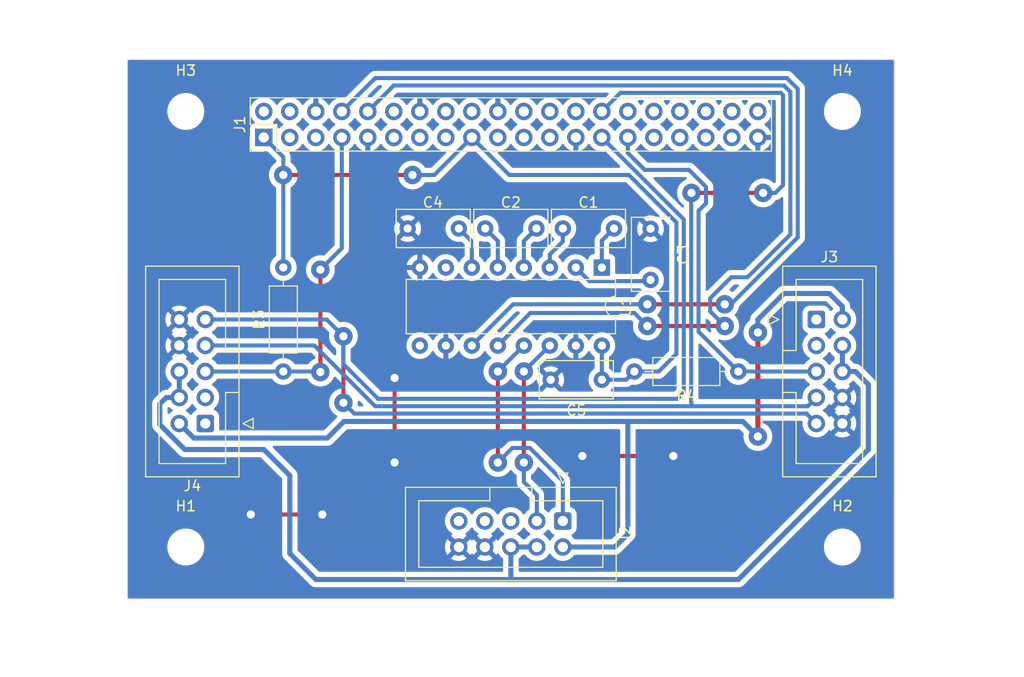
<source format=kicad_pcb>
(kicad_pcb (version 20240108) (generator "pcbnew") (generator_version "8.0")
  (layers (0 "F.Cu" signal) (31 "B.Cu" signal) (34 "B.Paste" user) (35 "F.Paste" user) (36 "B.SilkS" user "B.Silkscreen") (37 "F.SilkS" user "F.Silkscreen") (38 "B.Mask" user) (39 "F.Mask" user) (44 "Edge.Cuts" user))
  (net 0 "")
  (net 1 "Net-(U1-C1-)")
  (net 2 "Net-(U1-C1+)")
  (net 3 "Net-(U1-C2+)")
  (net 4 "Net-(U1-C2-)")
  (net 5 "GND")
  (net 6 "Net-(U1-VS+)")
  (net 7 "Net-(U1-VS-)")
  (net 8 "+3.3V")
  (net 14 "/RPI_RXD")
  (net 19 "/RPI_TXD")
  (net 24 "/IntLeft")
  (net 25 "/SCL")
  (net 27 "/IntRight")
  (net 32 "/SDA")
  (net 39 "+5V")
  (net 40 "+12V")
  (net 43 "/RS232_RXD")
  (net 45 "/RS232_TXD")
  (footprint "Capacitor_THT:C_Rect_L7.0mm_W3.5mm_P5.00mm" (layer "F.Cu") (at 136.525 85.725 180)
    (property "Reference" "C4" (at 2.54 2.54 0) (layer "F.SilkS"))
    (property "Value" "0.47uF")
    (fp_line (start 6.12 -1.87) (end 6.12 1.87) (stroke (width 0.12)) (layer "F.SilkS"))
    (fp_line (start -1.12 1.87) (end 6.12 1.87) (stroke (width 0.12)) (layer "F.SilkS"))
    (fp_line (start -1.12 -1.87) (end 6.12 -1.87) (stroke (width 0.12)) (layer "F.SilkS"))
    (fp_line (start -1.12 -1.87) (end -1.12 1.87) (stroke (width 0.12)) (layer "F.SilkS"))
    (pad "1" thru_hole circle (at 0 0 180) (size 1.6 1.6) (drill 0.8) (layers "*.Cu" "*.Mask") (net 7 "Net-(U1-VS-)"))
    (pad "2" thru_hole circle (at 5 0 180) (size 1.6 1.6) (drill 0.8) (layers "*.Cu" "*.Mask") (net 5 "GND"))
  )
  (footprint "MountingHole:MountingHole_3mm" (layer "F.Cu") (at 173.99 116.84)
    (property "Reference" "H2" (at 0 -4 0) (layer "F.SilkS"))
    (property "Value" "MountingHole")
    (pad "" np_thru_hole circle (at 0 0) (size 3 3) (drill 3) (layers "*.Cu" "*.Mask"))
  )
  (footprint "Capacitor_THT:C_Rect_L7.0mm_W3.5mm_P5.00mm" (layer "F.Cu") (at 144.105 85.725 180)
    (property "Reference" "C2" (at 2.5 2.54 0) (layer "F.SilkS"))
    (property "Value" "0.47uF")
    (fp_line (start 6.12 -1.87) (end 6.12 1.87) (stroke (width 0.12)) (layer "F.SilkS"))
    (fp_line (start -1.12 1.87) (end 6.12 1.87) (stroke (width 0.12)) (layer "F.SilkS"))
    (fp_line (start -1.12 -1.87) (end 6.12 -1.87) (stroke (width 0.12)) (layer "F.SilkS"))
    (fp_line (start -1.12 -1.87) (end -1.12 1.87) (stroke (width 0.12)) (layer "F.SilkS"))
    (pad "1" thru_hole circle (at 0 0 180) (size 1.6 1.6) (drill 0.8) (layers "*.Cu" "*.Mask") (net 3 "Net-(U1-C2+)"))
    (pad "2" thru_hole circle (at 5 0 180) (size 1.6 1.6) (drill 0.8) (layers "*.Cu" "*.Mask") (net 4 "Net-(U1-C2-)"))
  )
  (footprint "Connector_IDC:IDC-Header_2x05_P2.54mm_Vertical" (layer "F.Cu") (at 111.76 104.775 180)
    (property "Reference" "J4" (at 1.27 -6.1 0) (layer "F.SilkS"))
    (property "Value" "PanelRight")
    (fp_line (start 5.83 15.37) (end -3.29 15.37) (stroke (width 0.12)) (layer "F.SilkS"))
    (fp_line (start 5.83 -5.21) (end 5.83 15.37) (stroke (width 0.12)) (layer "F.SilkS"))
    (fp_line (start 4.52 14.07) (end -1.98 14.07) (stroke (width 0.12)) (layer "F.SilkS"))
    (fp_line (start 4.52 -3.91) (end 4.52 14.07) (stroke (width 0.12)) (layer "F.SilkS"))
    (fp_line (start -1.98 14.07) (end -1.98 7.13) (stroke (width 0.12)) (layer "F.SilkS"))
    (fp_line (start -1.98 7.13) (end -1.98 7.13) (stroke (width 0.12)) (layer "F.SilkS"))
    (fp_line (start -1.98 7.13) (end -3.29 7.13) (stroke (width 0.12)) (layer "F.SilkS"))
    (fp_line (start -1.98 3.03) (end -1.98 -3.91) (stroke (width 0.12)) (layer "F.SilkS"))
    (fp_line (start -1.98 -3.91) (end 4.52 -3.91) (stroke (width 0.12)) (layer "F.SilkS"))
    (fp_line (start -3.29 15.37) (end -3.29 -5.21) (stroke (width 0.12)) (layer "F.SilkS"))
    (fp_line (start -3.29 3.03) (end -1.98 3.03) (stroke (width 0.12)) (layer "F.SilkS"))
    (fp_line (start -3.29 -5.21) (end 5.83 -5.21) (stroke (width 0.12)) (layer "F.SilkS"))
    (fp_line (start -3.68 0) (end -4.68 -0.5) (stroke (width 0.12)) (layer "F.SilkS"))
    (fp_line (start -4.68 0.5) (end -3.68 0) (stroke (width 0.12)) (layer "F.SilkS"))
    (fp_line (start -4.68 -0.5) (end -4.68 0.5) (stroke (width 0.12)) (layer "F.SilkS"))
    (pad "1" thru_hole roundrect (at 0 0 180) (size 1.7 1.7) (drill 1) (layers "*.Cu" "*.Mask") (roundrect_rratio 0.147059))
    (pad "2" thru_hole circle (at 2.54 0 180) (size 1.7 1.7) (drill 1) (layers "*.Cu" "*.Mask") (net 39 "+5V"))
    (pad "3" thru_hole circle (at 0 2.54 180) (size 1.7 1.7) (drill 1) (layers "*.Cu" "*.Mask"))
    (pad "4" thru_hole circle (at 2.54 2.54 180) (size 1.7 1.7) (drill 1) (layers "*.Cu" "*.Mask") (net 40 "+12V"))
    (pad "5" thru_hole circle (at 0 5.08 180) (size 1.7 1.7) (drill 1) (layers "*.Cu" "*.Mask") (net 27 "/IntRight"))
    (pad "6" thru_hole circle (at 2.54 5.08 180) (size 1.7 1.7) (drill 1) (layers "*.Cu" "*.Mask") (net 40 "+12V"))
    (pad "7" thru_hole circle (at 0 7.62 180) (size 1.7 1.7) (drill 1) (layers "*.Cu" "*.Mask") (net 25 "/SCL"))
    (pad "8" thru_hole circle (at 2.54 7.62 180) (size 1.7 1.7) (drill 1) (layers "*.Cu" "*.Mask") (net 5 "GND"))
    (pad "9" thru_hole circle (at 0 10.16 180) (size 1.7 1.7) (drill 1) (layers "*.Cu" "*.Mask") (net 32 "/SDA"))
    (pad "10" thru_hole circle (at 2.54 10.16 180) (size 1.7 1.7) (drill 1) (layers "*.Cu" "*.Mask") (net 5 "GND"))
  )
  (footprint "Resistor_THT:R_Axial_DIN0207_L6.3mm_D2.5mm_P10.16mm_Horizontal" (layer "F.Cu") (at 163.83 99.695 180)
    (property "Reference" "R4" (at 5.08 -2.37 0) (layer "F.SilkS"))
    (property "Value" "10k")
    (fp_line (start 9.12 0) (end 8.35 0) (stroke (width 0.12)) (layer "F.SilkS"))
    (fp_line (start 8.35 1.37) (end 8.35 -1.37) (stroke (width 0.12)) (layer "F.SilkS"))
    (fp_line (start 8.35 -1.37) (end 1.81 -1.37) (stroke (width 0.12)) (layer "F.SilkS"))
    (fp_line (start 1.81 1.37) (end 8.35 1.37) (stroke (width 0.12)) (layer "F.SilkS"))
    (fp_line (start 1.81 -1.37) (end 1.81 1.37) (stroke (width 0.12)) (layer "F.SilkS"))
    (fp_line (start 1.04 0) (end 1.81 0) (stroke (width 0.12)) (layer "F.SilkS"))
    (pad "1" thru_hole circle (at 0 0 180) (size 1.6 1.6) (drill 0.8) (layers "*.Cu" "*.Mask") (net 24 "/IntLeft"))
    (pad "2" thru_hole oval (at 10.16 0 180) (size 1.6 1.6) (drill 0.8) (layers "*.Cu" "*.Mask") (net 8 "+3.3V"))
  )
  (footprint "Package_DIP:DIP-16_W7.62mm" (layer "F.Cu") (at 150.495 89.545 -90)
    (property "Reference" "U1" (at 3.81 -2.33 90) (layer "F.SilkS"))
    (property "Value" "ICL3232")
    (fp_line (start 1.16 19.11) (end 6.46 19.11) (stroke (width 0.12)) (layer "F.SilkS"))
    (fp_line (start 6.46 19.11) (end 6.46 -1.33) (stroke (width 0.12)) (layer "F.SilkS"))
    (fp_line (start 1.16 -1.33) (end 1.16 19.11) (stroke (width 0.12)) (layer "F.SilkS"))
    (fp_line (start 2.81 -1.33) (end 1.16 -1.33) (stroke (width 0.12)) (layer "F.SilkS"))
    (fp_line (start 6.46 -1.33) (end 4.81 -1.33) (stroke (width 0.12)) (layer "F.SilkS"))
    (fp_arc (start 4.81 -1.33) (mid 3.81 -0.33) (end 2.81 -1.33) (stroke (width 0.12)) (layer "F.SilkS"))
    (pad "1" thru_hole rect (at 0 0 270) (size 1.6 1.6) (drill 0.8) (layers "*.Cu" "*.Mask") (net 2 "Net-(U1-C1+)"))
    (pad "2" thru_hole oval (at 0 2.54 270) (size 1.6 1.6) (drill 0.8) (layers "*.Cu" "*.Mask") (net 6 "Net-(U1-VS+)"))
    (pad "3" thru_hole oval (at 0 5.08 270) (size 1.6 1.6) (drill 0.8) (layers "*.Cu" "*.Mask") (net 1 "Net-(U1-C1-)"))
    (pad "4" thru_hole oval (at 0 7.62 270) (size 1.6 1.6) (drill 0.8) (layers "*.Cu" "*.Mask") (net 3 "Net-(U1-C2+)"))
    (pad "5" thru_hole oval (at 0 10.16 270) (size 1.6 1.6) (drill 0.8) (layers "*.Cu" "*.Mask") (net 4 "Net-(U1-C2-)"))
    (pad "6" thru_hole oval (at 0 12.7 270) (size 1.6 1.6) (drill 0.8) (layers "*.Cu" "*.Mask") (net 7 "Net-(U1-VS-)"))
    (pad "7" thru_hole oval (at 0 15.24 270) (size 1.6 1.6) (drill 0.8) (layers "*.Cu" "*.Mask"))
    (pad "8" thru_hole oval (at 0 17.78 270) (size 1.6 1.6) (drill 0.8) (layers "*.Cu" "*.Mask") (net 5 "GND"))
    (pad "9" thru_hole oval (at 7.62 17.78 270) (size 1.6 1.6) (drill 0.8) (layers "*.Cu" "*.Mask"))
    (pad "10" thru_hole oval (at 7.62 15.24 270) (size 1.6 1.6) (drill 0.8) (layers "*.Cu" "*.Mask") (net 5 "GND"))
    (pad "11" thru_hole oval (at 7.62 12.7 270) (size 1.6 1.6) (drill 0.8) (layers "*.Cu" "*.Mask") (net 19 "/RPI_TXD"))
    (pad "12" thru_hole oval (at 7.62 10.16 270) (size 1.6 1.6) (drill 0.8) (layers "*.Cu" "*.Mask") (net 14 "/RPI_RXD"))
    (pad "13" thru_hole oval (at 7.62 7.62 270) (size 1.6 1.6) (drill 0.8) (layers "*.Cu" "*.Mask") (net 43 "/RS232_RXD"))
    (pad "14" thru_hole oval (at 7.62 5.08 270) (size 1.6 1.6) (drill 0.8) (layers "*.Cu" "*.Mask") (net 45 "/RS232_TXD"))
    (pad "15" thru_hole oval (at 7.62 2.54 270) (size 1.6 1.6) (drill 0.8) (layers "*.Cu" "*.Mask") (net 5 "GND"))
    (pad "16" thru_hole oval (at 7.62 0 270) (size 1.6 1.6) (drill 0.8) (layers "*.Cu" "*.Mask") (net 8 "+3.3V"))
  )
  (footprint "Connector_IDC:IDC-Header_2x05_P2.54mm_Vertical" (layer "F.Cu") (at 171.45 94.615)
    (property "Reference" "J3" (at 1.27 -6.1 0) (layer "F.SilkS"))
    (property "Value" "PanelLeft")
    (fp_line (start -4.68 -0.5) (end -4.68 0.5) (stroke (width 0.12)) (layer "F.SilkS"))
    (fp_line (start -4.68 0.5) (end -3.68 0) (stroke (width 0.12)) (layer "F.SilkS"))
    (fp_line (start -3.68 0) (end -4.68 -0.5) (stroke (width 0.12)) (layer "F.SilkS"))
    (fp_line (start -3.29 -5.21) (end 5.83 -5.21) (stroke (width 0.12)) (layer "F.SilkS"))
    (fp_line (start -3.29 3.03) (end -1.98 3.03) (stroke (width 0.12)) (layer "F.SilkS"))
    (fp_line (start -3.29 15.37) (end -3.29 -5.21) (stroke (width 0.12)) (layer "F.SilkS"))
    (fp_line (start -1.98 -3.91) (end 4.52 -3.91) (stroke (width 0.12)) (layer "F.SilkS"))
    (fp_line (start -1.98 3.03) (end -1.98 -3.91) (stroke (width 0.12)) (layer "F.SilkS"))
    (fp_line (start -1.98 7.13) (end -3.29 7.13) (stroke (width 0.12)) (layer "F.SilkS"))
    (fp_line (start -1.98 7.13) (end -1.98 7.13) (stroke (width 0.12)) (layer "F.SilkS"))
    (fp_line (start -1.98 14.07) (end -1.98 7.13) (stroke (width 0.12)) (layer "F.SilkS"))
    (fp_line (start 4.52 -3.91) (end 4.52 14.07) (stroke (width 0.12)) (layer "F.SilkS"))
    (fp_line (start 4.52 14.07) (end -1.98 14.07) (stroke (width 0.12)) (layer "F.SilkS"))
    (fp_line (start 5.83 -5.21) (end 5.83 15.37) (stroke (width 0.12)) (layer "F.SilkS"))
    (fp_line (start 5.83 15.37) (end -3.29 15.37) (stroke (width 0.12)) (layer "F.SilkS"))
    (pad "1" thru_hole roundrect (at 0 0) (size 1.7 1.7) (drill 1) (layers "*.Cu" "*.Mask") (roundrect_rratio 0.147059))
    (pad "2" thru_hole circle (at 2.54 0) (size 1.7 1.7) (drill 1) (layers "*.Cu" "*.Mask") (net 39 "+5V"))
    (pad "3" thru_hole circle (at 0 2.54) (size 1.7 1.7) (drill 1) (layers "*.Cu" "*.Mask"))
    (pad "4" thru_hole circle (at 2.54 2.54) (size 1.7 1.7) (drill 1) (layers "*.Cu" "*.Mask") (net 40 "+12V"))
    (pad "5" thru_hole circle (at 0 5.08) (size 1.7 1.7) (drill 1) (layers "*.Cu" "*.Mask") (net 24 "/IntLeft"))
    (pad "6" thru_hole circle (at 2.54 5.08) (size 1.7 1.7) (drill 1) (layers "*.Cu" "*.Mask") (net 40 "+12V"))
    (pad "7" thru_hole circle (at 0 7.62) (size 1.7 1.7) (drill 1) (layers "*.Cu" "*.Mask") (net 25 "/SCL"))
    (pad "8" thru_hole circle (at 2.54 7.62) (size 1.7 1.7) (drill 1) (layers "*.Cu" "*.Mask") (net 5 "GND"))
    (pad "9" thru_hole circle (at 0 10.16) (size 1.7 1.7) (drill 1) (layers "*.Cu" "*.Mask") (net 32 "/SDA"))
    (pad "10" thru_hole circle (at 2.54 10.16) (size 1.7 1.7) (drill 1) (layers "*.Cu" "*.Mask") (net 5 "GND"))
  )
  (footprint "Capacitor_THT:C_Rect_L7.0mm_W3.5mm_P5.00mm" (layer "F.Cu") (at 155.25 90.75 90)
    (property "Reference" "C3" (at 2.46 3.175 90) (layer "F.SilkS"))
    (property "Value" "0.47uF")
    (fp_line (start 6.12 -1.87) (end 6.12 1.87) (stroke (width 0.12)) (layer "F.SilkS"))
    (fp_line (start -1.12 -1.87) (end 6.12 -1.87) (stroke (width 0.12)) (layer "F.SilkS"))
    (fp_line (start -1.12 -1.87) (end -1.12 1.87) (stroke (width 0.12)) (layer "F.SilkS"))
    (fp_line (start -1.12 1.87) (end 6.12 1.87) (stroke (width 0.12)) (layer "F.SilkS"))
    (pad "1" thru_hole circle (at 0 0 90) (size 1.6 1.6) (drill 0.8) (layers "*.Cu" "*.Mask") (net 6 "Net-(U1-VS+)"))
    (pad "2" thru_hole circle (at 5 0 90) (size 1.6 1.6) (drill 0.8) (layers "*.Cu" "*.Mask") (net 5 "GND"))
  )
  (footprint "MountingHole:MountingHole_3mm" (layer "F.Cu") (at 109.855 74.295)
    (property "Reference" "H3" (at 0 -4 0) (layer "F.SilkS"))
    (property "Value" "MountingHole")
    (pad "" np_thru_hole circle (at 0 0) (size 3 3) (drill 3) (layers "*.Cu" "*.Mask"))
  )
  (footprint "Connector_IDC:IDC-Header_2x05_P2.54mm_Vertical" (layer "F.Cu") (at 146.685 114.3 -90)
    (property "Reference" "J2" (at 1.27 -6.1 90) (layer "F.SilkS"))
    (property "Value" "BoardCon")
    (fp_line (start -3.29 15.37) (end -3.29 -5.21) (stroke (width 0.12)) (layer "F.SilkS"))
    (fp_line (start 5.83 15.37) (end -3.29 15.37) (stroke (width 0.12)) (layer "F.SilkS"))
    (fp_line (start -1.98 14.07) (end -1.98 7.13) (stroke (width 0.12)) (layer "F.SilkS"))
    (fp_line (start 4.52 14.07) (end -1.98 14.07) (stroke (width 0.12)) (layer "F.SilkS"))
    (fp_line (start -1.98 7.13) (end -3.29 7.13) (stroke (width 0.12)) (layer "F.SilkS"))
    (fp_line (start -1.98 7.13) (end -1.98 7.13) (stroke (width 0.12)) (layer "F.SilkS"))
    (fp_line (start -3.29 3.03) (end -1.98 3.03) (stroke (width 0.12)) (layer "F.SilkS"))
    (fp_line (start -1.98 3.03) (end -1.98 -3.91) (stroke (width 0.12)) (layer "F.SilkS"))
    (fp_line (start -4.68 0.5) (end -3.68 0) (stroke (width 0.12)) (layer "F.SilkS"))
    (fp_line (start -3.68 0) (end -4.68 -0.5) (stroke (width 0.12)) (layer "F.SilkS"))
    (fp_line (start -4.68 -0.5) (end -4.68 0.5) (stroke (width 0.12)) (layer "F.SilkS"))
    (fp_line (start -1.98 -3.91) (end 4.52 -3.91) (stroke (width 0.12)) (layer "F.SilkS"))
    (fp_line (start 4.52 -3.91) (end 4.52 14.07) (stroke (width 0.12)) (layer "F.SilkS"))
    (fp_line (start -3.29 -5.21) (end 5.83 -5.21) (stroke (width 0.12)) (layer "F.SilkS"))
    (fp_line (start 5.83 -5.21) (end 5.83 15.37) (stroke (width 0.12)) (layer "F.SilkS"))
    (pad "1" thru_hole roundrect (at 0 0 270) (size 1.7 1.7) (drill 1) (layers "*.Cu" "*.Mask") (roundrect_rratio 0.147059) (net 43 "/RS232_RXD"))
    (pad "2" thru_hole circle (at 2.54 0 270) (size 1.7 1.7) (drill 1) (layers "*.Cu" "*.Mask") (net 39 "+5V"))
    (pad "3" thru_hole circle (at 0 2.54 270) (size 1.7 1.7) (drill 1) (layers "*.Cu" "*.Mask") (net 45 "/RS232_TXD"))
    (pad "4" thru_hole circle (at 2.54 2.54 270) (size 1.7 1.7) (drill 1) (layers "*.Cu" "*.Mask") (net 40 "+12V"))
    (pad "5" thru_hole circle (at 0 5.08 270) (size 1.7 1.7) (drill 1) (layers "*.Cu" "*.Mask"))
    (pad "6" thru_hole circle (at 2.54 5.08 270) (size 1.7 1.7) (drill 1) (layers "*.Cu" "*.Mask") (net 40 "+12V"))
    (pad "7" thru_hole circle (at 0 7.62 270) (size 1.7 1.7) (drill 1) (layers "*.Cu" "*.Mask"))
    (pad "8" thru_hole circle (at 2.54 7.62 270) (size 1.7 1.7) (drill 1) (layers "*.Cu" "*.Mask") (net 5 "GND"))
    (pad "9" thru_hole circle (at 0 10.16 270) (size 1.7 1.7) (drill 1) (layers "*.Cu" "*.Mask"))
    (pad "10" thru_hole circle (at 2.54 10.16 270) (size 1.7 1.7) (drill 1) (layers "*.Cu" "*.Mask") (net 5 "GND"))
  )
  (footprint "MountingHole:MountingHole_3mm" (layer "F.Cu") (at 173.99 74.295)
    (property "Reference" "H4" (at 0 -4 0) (layer "F.SilkS"))
    (property "Value" "MountingHole")
    (pad "" np_thru_hole circle (at 0 0) (size 3 3) (drill 3) (layers "*.Cu" "*.Mask"))
  )
  (footprint "Capacitor_THT:C_Rect_L7.0mm_W3.5mm_P5.00mm" (layer "F.Cu") (at 151.685 85.725 180)
    (property "Reference" "C1" (at 2.5 2.54 0) (layer "F.SilkS"))
    (property "Value" "0.47uF")
    (fp_line (start 6.12 -1.87) (end 6.12 1.87) (stroke (width 0.12)) (layer "F.SilkS"))
    (fp_line (start -1.12 1.87) (end 6.12 1.87) (stroke (width 0.12)) (layer "F.SilkS"))
    (fp_line (start -1.12 -1.87) (end 6.12 -1.87) (stroke (width 0.12)) (layer "F.SilkS"))
    (fp_line (start -1.12 -1.87) (end -1.12 1.87) (stroke (width 0.12)) (layer "F.SilkS"))
    (pad "1" thru_hole circle (at 0 0 180) (size 1.6 1.6) (drill 0.8) (layers "*.Cu" "*.Mask") (net 2 "Net-(U1-C1+)"))
    (pad "2" thru_hole circle (at 5 0 180) (size 1.6 1.6) (drill 0.8) (layers "*.Cu" "*.Mask") (net 1 "Net-(U1-C1-)"))
  )
  (footprint "Resistor_THT:R_Axial_DIN0207_L6.3mm_D2.5mm_P10.16mm_Horizontal" (layer "F.Cu") (at 119.38 99.695 90)
    (property "Reference" "R3" (at 5.08 -2.37 90) (layer "F.SilkS"))
    (property "Value" "10k")
    (fp_line (start 8.35 -1.37) (end 1.81 -1.37) (stroke (width 0.12)) (layer "F.SilkS"))
    (fp_line (start 1.81 -1.37) (end 1.81 1.37) (stroke (width 0.12)) (layer "F.SilkS"))
    (fp_line (start 9.12 0) (end 8.35 0) (stroke (width 0.12)) (layer "F.SilkS"))
    (fp_line (start 1.04 0) (end 1.81 0) (stroke (width 0.12)) (layer "F.SilkS"))
    (fp_line (start 8.35 1.37) (end 8.35 -1.37) (stroke (width 0.12)) (layer "F.SilkS"))
    (fp_line (start 1.81 1.37) (end 8.35 1.37) (stroke (width 0.12)) (layer "F.SilkS"))
    (pad "1" thru_hole circle (at 0 0 90) (size 1.6 1.6) (drill 0.8) (layers "*.Cu" "*.Mask") (net 27 "/IntRight"))
    (pad "2" thru_hole oval (at 10.16 0 90) (size 1.6 1.6) (drill 0.8) (layers "*.Cu" "*.Mask") (net 8 "+3.3V"))
  )
  (footprint "MountingHole:MountingHole_3mm" (layer "F.Cu") (at 109.855 116.84)
    (property "Reference" "H1" (at 0 -4 0) (layer "F.SilkS"))
    (property "Value" "MountingHole")
    (pad "" np_thru_hole circle (at 0 0) (size 3 3) (drill 3) (layers "*.Cu" "*.Mask"))
  )
  (footprint "Connector_PinHeader_2.54mm:PinHeader_2x20_P2.54mm_Vertical" (layer "F.Cu") (at 117.475 76.835 90)
    (property "Reference" "J1" (at 1.27 -2.33 90) (layer "F.SilkS"))
    (property "Value" "Raspberry_Pi_2_3")
    (fp_line (start 3.87 -1.33) (end 3.87 49.59) (stroke (width 0.12)) (layer "F.SilkS"))
    (fp_line (start 1.27 -1.33) (end 3.87 -1.33) (stroke (width 0.12)) (layer "F.SilkS"))
    (fp_line (start -1.33 -1.33) (end 0 -1.33) (stroke (width 0.12)) (layer "F.SilkS"))
    (fp_line (start -1.33 0) (end -1.33 -1.33) (stroke (width 0.12)) (layer "F.SilkS"))
    (fp_line (start 1.27 1.27) (end 1.27 -1.33) (stroke (width 0.12)) (layer "F.SilkS"))
    (fp_line (start -1.33 1.27) (end 1.27 1.27) (stroke (width 0.12)) (layer "F.SilkS"))
    (fp_line (start -1.33 1.27) (end -1.33 49.59) (stroke (width 0.12)) (layer "F.SilkS"))
    (fp_line (start -1.33 49.59) (end 3.87 49.59) (stroke (width 0.12)) (layer "F.SilkS"))
    (pad "1" thru_hole rect (at 0 0 90) (size 1.7 1.7) (drill 1) (layers "*.Cu" "*.Mask") (net 8 "+3.3V"))
    (pad "2" thru_hole oval (at 2.54 0 90) (size 1.7 1.7) (drill 1) (layers "*.Cu" "*.Mask"))
    (pad "3" thru_hole oval (at 0 2.54 90) (size 1.7 1.7) (drill 1) (layers "*.Cu" "*.Mask"))
    (pad "4" thru_hole oval (at 2.54 2.54 90) (size 1.7 1.7) (drill 1) (layers "*.Cu" "*.Mask"))
    (pad "5" thru_hole oval (at 0 5.08 90) (size 1.7 1.7) (drill 1) (layers "*.Cu" "*.Mask"))
    (pad "6" thru_hole oval (at 2.54 5.08 90) (size 1.7 1.7) (drill 1) (layers "*.Cu" "*.Mask") (net 5 "GND"))
    (pad "7" thru_hole oval (at 0 7.62 90) (size 1.7 1.7) (drill 1) (layers "*.Cu" "*.Mask") (net 27 "/IntRight"))
    (pad "8" thru_hole oval (at 2.54 7.62 90) (size 1.7 1.7) (drill 1) (layers "*.Cu" "*.Mask") (net 19 "/RPI_TXD"))
    (pad "9" thru_hole oval (at 0 10.16 90) (size 1.7 1.7) (drill 1) (layers "*.Cu" "*.Mask") (net 5 "GND"))
    (pad "10" thru_hole oval (at 2.54 10.16 90) (size 1.7 1.7) (drill 1) (layers "*.Cu" "*.Mask") (net 14 "/RPI_RXD"))
    (pad "11" thru_hole oval (at 0 12.7 90) (size 1.7 1.7) (drill 1) (layers "*.Cu" "*.Mask"))
    (pad "12" thru_hole oval (at 2.54 12.7 90) (size 1.7 1.7) (drill 1) (layers "*.Cu" "*.Mask"))
    (pad "13" thru_hole oval (at 0 15.24 90) (size 1.7 1.7) (drill 1) (layers "*.Cu" "*.Mask"))
    (pad "14" thru_hole oval (at 2.54 15.24 90) (size 1.7 1.7) (drill 1) (layers "*.Cu" "*.Mask") (net 5 "GND"))
    (pad "15" thru_hole oval (at 0 17.78 90) (size 1.7 1.7) (drill 1) (layers "*.Cu" "*.Mask"))
    (pad "16" thru_hole oval (at 2.54 17.78 90) (size 1.7 1.7) (drill 1) (layers "*.Cu" "*.Mask"))
    (pad "17" thru_hole oval (at 0 20.32 90) (size 1.7 1.7) (drill 1) (layers "*.Cu" "*.Mask") (net 8 "+3.3V"))
    (pad "18" thru_hole oval (at 2.54 20.32 90) (size 1.7 1.7) (drill 1) (layers "*.Cu" "*.Mask"))
    (pad "19" thru_hole oval (at 0 22.86 90) (size 1.7 1.7) (drill 1) (layers "*.Cu" "*.Mask"))
    (pad "20" thru_hole oval (at 2.54 22.86 90) (size 1.7 1.7) (drill 1) (layers "*.Cu" "*.Mask") (net 5 "GND"))
    (pad "21" thru_hole oval (at 0 25.4 90) (size 1.7 1.7) (drill 1) (layers "*.Cu" "*.Mask"))
    (pad "22" thru_hole oval (at 2.54 25.4 90) (size 1.7 1.7) (drill 1) (layers "*.Cu" "*.Mask"))
    (pad "23" thru_hole oval (at 0 27.94 90) (size 1.7 1.7) (drill 1) (layers "*.Cu" "*.Mask"))
    (pad "24" thru_hole oval (at 2.54 27.94 90) (size 1.7 1.7) (drill 1) (layers "*.Cu" "*.Mask"))
    (pad "25" thru_hole oval (at 0 30.48 90) (size 1.7 1.7) (drill 1) (layers "*.Cu" "*.Mask") (net 5 "GND"))
    (pad "26" thru_hole oval (at 2.54 30.48 90) (size 1.7 1.7) (drill 1) (layers "*.Cu" "*.Mask"))
    (pad "27" thru_hole oval (at 0 33.02 90) (size 1.7 1.7) (drill 1) (layers "*.Cu" "*.Mask") (net 32 "/SDA"))
    (pad "28" thru_hole oval (at 2.54 33.02 90) (size 1.7 1.7) (drill 1) (layers "*.Cu" "*.Mask") (net 25 "/SCL"))
    (pad "29" thru_hole oval (at 0 35.56 90) (size 1.7 1.7) (drill 1) (layers "*.Cu" "*.Mask") (net 24 "/IntLeft"))
    (pad "30" thru_hole oval (at 2.54 35.56 90) (size 1.7 1.7) (drill 1) (layers "*.Cu" "*.Mask") (net 5 "GND"))
    (pad "31" thru_hole oval (at 0 38.1 90) (size 1.7 1.7) (drill 1) (layers "*.Cu" "*.Mask"))
    (pad "32" thru_hole oval (at 2.54 38.1 90) (size 1.7 1.7) (drill 1) (layers "*.Cu" "*.Mask"))
    (pad "33" thru_hole oval (at 0 40.64 90) (size 1.7 1.7) (drill 1) (layers "*.Cu" "*.Mask"))
    (pad "34" thru_hole oval (at 2.54 40.64 90) (size 1.7 1.7) (drill 1) (layers "*.Cu" "*.Mask") (net 5 "GND"))
    (pad "35" thru_hole oval (at 0 43.18 90) (size 1.7 1.7) (drill 1) (layers "*.Cu" "*.Mask"))
    (pad "36" thru_hole oval (at 2.54 43.18 90) (size 1.7 1.7) (drill 1) (layers "*.Cu" "*.Mask"))
    (pad "37" thru_hole oval (at 0 45.72 90) (size 1.7 1.7) (drill 1) (layers "*.Cu" "*.Mask"))
    (pad "38" thru_hole oval (at 2.54 45.72 90) (size 1.7 1.7) (drill 1) (layers "*.Cu" "*.Mask"))
    (pad "39" thru_hole oval (at 0 48.26 90) (size 1.7 1.7) (drill 1) (layers "*.Cu" "*.Mask") (net 5 "GND"))
    (pad "40" thru_hole oval (at 2.54 48.26 90) (size 1.7 1.7) (drill 1) (layers "*.Cu" "*.Mask"))
  )
  (footprint "Capacitor_THT:C_Rect_L7.0mm_W3.5mm_P5.00mm" (layer "F.Cu") (at 150.5 100.5 180)
    (property "Reference" "C5" (at 2.5 -3 0) (layer "F.SilkS"))
    (property "Value" "0.47uF")
    (fp_line (start 6.12 -1.87) (end 6.12 1.87) (stroke (width 0.12)) (layer "F.SilkS"))
    (fp_line (start -1.12 1.87) (end 6.12 1.87) (stroke (width 0.12)) (layer "F.SilkS"))
    (fp_line (start -1.12 -1.87) (end 6.12 -1.87) (stroke (width 0.12)) (layer "F.SilkS"))
    (fp_line (start -1.12 -1.87) (end -1.12 1.87) (stroke (width 0.12)) (layer "F.SilkS"))
    (pad "1" thru_hole circle (at 0 0 180) (size 1.6 1.6) (drill 0.8) (layers "*.Cu" "*.Mask") (net 8 "+3.3V"))
    (pad "2" thru_hole circle (at 5 0 180) (size 1.6 1.6) (drill 0.8) (layers "*.Cu" "*.Mask") (net 5 "GND"))
  )
  (gr_rect (start 104.14 69.215) (end 179.07 121.92) (stroke (width 0.05)) (fill none) (layer "Edge.Cuts"))
  (segment (start 145.415 89.545) (end 145.415 88.265) (width 0.4) (layer "B.Cu") (net 1))
  (segment (start 145.415 88.265) (end 146.685 86.995) (width 0.4) (layer "B.Cu") (net 1))
  (segment (start 146.685 86.995) (end 146.685 85.725) (width 0.4) (layer "B.Cu") (net 1))
  (segment (start 150.495 89.545) (end 150.495 86.915) (width 0.4) (layer "B.Cu") (net 2))
  (segment (start 150.495 86.915) (end 151.685 85.725) (width 0.4) (layer "B.Cu") (net 2))
  (segment (start 142.875 86.955) (end 144.105 85.725) (width 0.4) (layer "B.Cu") (net 3))
  (segment (start 142.875 89.545) (end 142.875 86.955) (width 0.4) (layer "B.Cu") (net 3))
  (segment (start 140.335 89.545) (end 140.335 86.955) (width 0.4) (layer "B.Cu") (net 4))
  (segment (start 140.335 86.955) (end 139.105 85.725) (width 0.4) (layer "B.Cu") (net 4))
  (segment (start 123.19 113.665) (end 116.205 113.665) (width 0.4) (layer "F.Cu") (net 5))
  (segment (start 148.59 107.95) (end 157.48 107.95) (width 0.4) (layer "F.Cu") (net 5))
  (segment (start 130.25 108.585) (end 130.25 100.33) (width 0.4) (layer "F.Cu") (net 5))
  (via (at 157.48 107.95) (size 1.8) (drill 0.8) (layers "F.Cu" "B.Cu") (net 5))
  (via (at 148.59 107.95) (size 1.8) (drill 0.8) (layers "F.Cu" "B.Cu") (net 5))
  (via (at 130.25 100.33) (size 1.8) (drill 0.8) (layers "F.Cu" "B.Cu") (net 5))
  (via (at 123.19 113.665) (size 1.8) (drill 0.8) (layers "F.Cu" "B.Cu") (net 5))
  (via (at 116.205 113.665) (size 1.8) (drill 0.8) (layers "F.Cu" "B.Cu") (net 5))
  (via (at 130.25 108.585) (size 1.8) (drill 0.8) (layers "F.Cu" "B.Cu") (net 5))
  (segment (start 147.955 89.545) (end 149.275 90.865) (width 0.4) (layer "B.Cu") (net 6))
  (segment (start 149.275 90.865) (end 155.555 90.865) (width 0.4) (layer "B.Cu") (net 6))
  (segment (start 137.795 89.545) (end 137.795 86.995) (width 0.4) (layer "B.Cu") (net 7))
  (segment (start 137.795 86.995) (end 136.525 85.725) (width 0.4) (layer "B.Cu") (net 7))
  (segment (start 119.38 80.5) (end 131.75 80.5) (width 0.4) (layer "F.Cu") (net 8))
  (segment (start 131.75 80.5) (end 132 80.5) (width 0.4) (layer "F.Cu") (net 8))
  (via (at 132 80.5) (size 1.8) (drill 0.8) (layers "F.Cu" "B.Cu") (net 8))
  (via (at 119.38 80.5) (size 1.8) (drill 0.8) (layers "F.Cu" "B.Cu") (net 8))
  (segment (start 157.75 98) (end 156.055 99.695) (width 0.4) (layer "B.Cu") (net 8))
  (segment (start 150.495 97.165) (end 150.495 100.965) (width 0.4) (layer "B.Cu") (net 8))
  (segment (start 141.46 80.5) (end 153.141766 80.5) (width 0.4) (layer "B.Cu") (net 8))
  (segment (start 153.67 99.695) (end 152.865 100.5) (width 0.4) (layer "B.Cu") (net 8))
  (segment (start 132 80.5) (end 134.13 80.5) (width 0.4) (layer "B.Cu") (net 8))
  (segment (start 134.13 80.5) (end 137.795 76.835) (width 0.4) (layer "B.Cu") (net 8))
  (segment (start 152.865 100.5) (end 150.5 100.5) (width 0.4) (layer "B.Cu") (net 8))
  (segment (start 157.78 85.138234) (end 157.78 98) (width 0.4) (layer "B.Cu") (net 8))
  (segment (start 119.38 78.74) (end 117.475 76.835) (width 0.4) (layer "B.Cu") (net 8))
  (segment (start 119.38 89.535) (end 119.38 78.74) (width 0.4) (layer "B.Cu") (net 8))
  (segment (start 137.795 76.835) (end 141.46 80.5) (width 0.4) (layer "B.Cu") (net 8))
  (segment (start 156.055 99.695) (end 153.67 99.695) (width 0.4) (layer "B.Cu") (net 8))
  (segment (start 153.141766 80.5) (end 157.78 85.138234) (width 0.4) (layer "B.Cu") (net 8))
  (segment (start 157.78 98) (end 157.75 98) (width 0.4) (layer "B.Cu") (net 8))
  (segment (start 154.94 95.25) (end 161.925 95.25) (width 0.4) (layer "F.Cu") (net 14))
  (via (at 162.5 95.25) (size 1.8) (drill 0.8) (layers "F.Cu" "B.Cu") (net 14))
  (via (at 154.94 95.25) (size 1.8) (drill 0.8) (layers "F.Cu" "B.Cu") (net 14))
  (segment (start 153.67 93.98) (end 154.94 95.25) (width 0.4) (layer "B.Cu") (net 14))
  (segment (start 168.91 72.39) (end 168.275 71.755) (width 0.4) (layer "B.Cu") (net 14))
  (segment (start 162.5 95.25) (end 161.08 93.83) (width 0.4) (layer "B.Cu") (net 14))
  (segment (start 168.275 71.755) (end 130.175 71.755) (width 0.4) (layer "B.Cu") (net 14))
  (segment (start 143.51 93.98) (end 153.67 93.98) (width 0.4) (layer "B.Cu") (net 14))
  (segment (start 142.25 95.25) (end 142.25 95.24) (width 0.4) (layer "B.Cu") (net 14))
  (segment (start 161.08 93.83) (end 161.08 92.541813) (width 0.4) (layer "B.Cu") (net 14))
  (segment (start 130.175 71.755) (end 127.635 74.295) (width 0.4) (layer "B.Cu") (net 14))
  (segment (start 164.7225 90.4875) (end 168.91 86.3) (width 0.4) (layer "B.Cu") (net 14))
  (segment (start 140.335 97.165) (end 142.25 95.25) (width 0.4) (layer "B.Cu") (net 14))
  (segment (start 161.08 92.541813) (end 163.134313 90.4875) (width 0.4) (layer "B.Cu") (net 14))
  (segment (start 168.91 86.3) (end 168.91 72.39) (width 0.4) (layer "B.Cu") (net 14))
  (segment (start 142.25 95.24) (end 143.51 93.98) (width 0.4) (layer "B.Cu") (net 14))
  (segment (start 163.134313 90.4875) (end 164.7225 90.4875) (width 0.4) (layer "B.Cu") (net 14))
  (segment (start 154.94 93.129997) (end 161.925 93.129997) (width 0.4) (layer "F.Cu") (net 19))
  (via (at 162.5 93.129997) (size 1.8) (drill 0.8) (layers "F.Cu" "B.Cu") (net 19))
  (via (at 154.94 93.129997) (size 1.8) (drill 0.8) (layers "F.Cu" "B.Cu") (net 19))
  (segment (start 169.63 72.091766) (end 169.63 86.598234) (width 0.4) (layer "B.Cu") (net 19))
  (segment (start 128.355 71.035) (end 168.573234 71.035) (width 0.4) (layer "B.Cu") (net 19))
  (segment (start 168.573234 71.035) (end 169.63 72.091766) (width 0.4) (layer "B.Cu") (net 19))
  (segment (start 141.830003 93.129997) (end 154.94 93.129997) (width 0.4) (layer "B.Cu") (net 19))
  (segment (start 125.095 74.295) (end 128.355 71.035) (width 0.4) (layer "B.Cu") (net 19))
  (segment (start 163.098237 93.129997) (end 162.5 93.129997) (width 0.4) (layer "B.Cu") (net 19))
  (segment (start 169.63 86.598234) (end 163.098237 93.129997) (width 0.4) (layer "B.Cu") (net 19))
  (segment (start 137.795 97.165) (end 141.830003 93.129997) (width 0.4) (layer "B.Cu") (net 19))
  (segment (start 153.035 78.356766) (end 153.035 76.835) (width 0.4) (layer "B.Cu") (net 24))
  (segment (start 154.678234 80) (end 153.035 78.356766) (width 0.4) (layer "B.Cu") (net 24))
  (segment (start 171.45 99.695) (end 163.195 99.695) (width 0.4) (layer "B.Cu") (net 24))
  (segment (start 159.008184 80) (end 154.678234 80) (width 0.4) (layer "B.Cu") (net 24))
  (segment (start 159.94 95.805) (end 159.94 84) (width 0.4) (layer "B.Cu") (net 24))
  (segment (start 160.67 81.661816) (end 159.008184 80) (width 0.4) (layer "B.Cu") (net 24))
  (segment (start 159.94 84) (end 160.67 83.27) (width 0.4) (layer "B.Cu") (net 24))
  (segment (start 160.67 83.27) (end 160.67 81.661816) (width 0.4) (layer "B.Cu") (net 24))
  (segment (start 163.83 99.695) (end 159.94 95.805) (width 0.4) (layer "B.Cu") (net 24))
  (segment (start 159.25 82.25) (end 166.25 82.25) (width 0.4) (layer "F.Cu") (net 25))
  (via (at 166.25 82.25) (size 1.8) (drill 0.8) (layers "F.Cu" "B.Cu") (net 25))
  (via (at 159.25 82.25) (size 1.8) (drill 0.8) (layers "F.Cu" "B.Cu") (net 25))
  (segment (start 122.413184 97.155) (end 128.343184 103.085) (width 0.4) (layer "B.Cu") (net 25))
  (segment (start 171.45 102.235) (end 170.6 103.085) (width 0.4) (layer "B.Cu") (net 25))
  (segment (start 167.976766 72.475) (end 152.315 72.475) (width 0.4) (layer "B.Cu") (net 25))
  (segment (start 159.25 102.75) (end 159.22 102.72) (width 0.4) (layer "B.Cu") (net 25))
  (segment (start 166.25 82.25) (end 167.44 82.25) (width 0.4) (layer "B.Cu") (net 25))
  (segment (start 168.19 72.688234) (end 167.976766 72.475) (width 0.4) (layer "B.Cu") (net 25))
  (segment (start 170.6 103.085) (end 159.25 103.085) (width 0.4) (layer "B.Cu") (net 25))
  (segment (start 159.25 103.085) (end 159.25 102.75) (width 0.4) (layer "B.Cu") (net 25))
  (segment (start 159.22 82.28) (end 159.25 82.25) (width 0.4) (layer "B.Cu") (net 25))
  (segment (start 168.19 81.5) (end 168.19 72.688234) (width 0.4) (layer "B.Cu") (net 25))
  (segment (start 167.44 82.25) (end 168.19 81.5) (width 0.4) (layer "B.Cu") (net 25))
  (segment (start 111.76 97.155) (end 122.413184 97.155) (width 0.4) (layer "B.Cu") (net 25))
  (segment (start 152.315 72.475) (end 150.495 74.295) (width 0.4) (layer "B.Cu") (net 25))
  (segment (start 128.343184 103.085) (end 159.25 103.085) (width 0.4) (layer "B.Cu") (net 25))
  (segment (start 159.22 102.72) (end 159.22 82.28) (width 0.4) (layer "B.Cu") (net 25))
  (segment (start 123 99.75) (end 123 89.75) (width 0.4) (layer "F.Cu") (net 27))
  (via (at 123 89.75) (size 1.8) (drill 0.8) (layers "F.Cu" "B.Cu") (net 27))
  (via (at 123 99.75) (size 1.8) (drill 0.8) (layers "F.Cu" "B.Cu") (net 27))
  (segment (start 123 89.75) (end 125.095 87.655) (width 0.4) (layer "B.Cu") (net 27))
  (segment (start 119.38 99.695) (end 111.76 99.695) (width 0.4) (layer "B.Cu") (net 27))
  (segment (start 125.095 87.655) (end 125.095 76.835) (width 0.4) (layer "B.Cu") (net 27))
  (segment (start 119.38 99.695) (end 122.945 99.695) (width 0.4) (layer "B.Cu") (net 27))
  (segment (start 122.945 99.695) (end 123 99.75) (width 0.4) (layer "B.Cu") (net 27))
  (segment (start 125.25 102.75) (end 125.25 96.25) (width 0.4) (layer "F.Cu") (net 32))
  (via (at 125.25 96.25) (size 1.8) (drill 0.8) (layers "F.Cu" "B.Cu") (net 32))
  (via (at 125.25 102.75) (size 1.8) (drill 0.8) (layers "F.Cu" "B.Cu") (net 32))
  (segment (start 128.641418 102.365) (end 125.25 98.973582) (width 0.4) (layer "B.Cu") (net 32))
  (segment (start 171.45 104.775) (end 170.48 103.805) (width 0.4) (layer "B.Cu") (net 32))
  (segment (start 125.25 98.973582) (end 125.25 96.25) (width 0.4) (layer "B.Cu") (net 32))
  (segment (start 126.305 103.805) (end 170.48 103.805) (width 0.4) (layer "B.Cu") (net 32))
  (segment (start 158.5 101.75) (end 157.885 102.365) (width 0.4) (layer "B.Cu") (net 32))
  (segment (start 158.5 84.84) (end 158.5 101.75) (width 0.4) (layer "B.Cu") (net 32))
  (segment (start 157.885 102.365) (end 128.641418 102.365) (width 0.4) (layer "B.Cu") (net 32))
  (segment (start 123.615 94.615) (end 111.76 94.615) (width 0.4) (layer "B.Cu") (net 32))
  (segment (start 150.495 76.835) (end 158.5 84.84) (width 0.4) (layer "B.Cu") (net 32))
  (segment (start 125.25 96.25) (end 123.615 94.615) (width 0.4) (layer "B.Cu") (net 32))
  (segment (start 126.305 103.805) (end 125.25 102.75) (width 0.4) (layer "B.Cu") (net 32))
  (segment (start 165.735 106.045) (end 165.735 95.885) (width 0.5) (layer "F.Cu") (net 39))
  (via (at 165.735 106.045) (size 1.8) (drill 0.8) (layers "F.Cu" "B.Cu") (net 39))
  (via (at 165.735 95.885) (size 1.8) (drill 0.8) (layers "F.Cu" "B.Cu") (net 39))
  (segment (start 125.295001 104.574999) (end 153.035 104.574999) (width 0.5) (layer "B.Cu") (net 39))
  (segment (start 146.685 116.84) (end 151.765 116.84) (width 0.5) (layer "B.Cu") (net 39))
  (segment (start 151.765 116.84) (end 153.035 115.57) (width 0.5) (layer "B.Cu") (net 39))
  (segment (start 165.735 95.885) (end 165.735 94.615) (width 0.5) (layer "B.Cu") (net 39))
  (segment (start 153.035 104.574999) (end 164.264999 104.574999) (width 0.5) (layer "B.Cu") (net 39))
  (segment (start 172.72 92.075) (end 173.99 93.345) (width 0.5) (layer "B.Cu") (net 39))
  (segment (start 164.264999 104.574999) (end 165.735 106.045) (width 0.5) (layer "B.Cu") (net 39))
  (segment (start 153.035 115.57) (end 153.035 104.574999) (width 0.5) (layer "B.Cu") (net 39))
  (segment (start 123.675 106.195) (end 125.295001 104.574999) (width 0.5) (layer "B.Cu") (net 39))
  (segment (start 168.275 92.075) (end 172.72 92.075) (width 0.5) (layer "B.Cu") (net 39))
  (segment (start 165.735 94.615) (end 168.275 92.075) (width 0.5) (layer "B.Cu") (net 39))
  (segment (start 109.22 104.775) (end 110.64 106.195) (width 0.5) (layer "B.Cu") (net 39))
  (segment (start 110.64 106.195) (end 123.675 106.195) (width 0.5) (layer "B.Cu") (net 39))
  (segment (start 173.99 93.345) (end 173.99 94.615) (width 0.5) (layer "B.Cu") (net 39))
  (segment (start 109.22 99.695) (end 109.22 102.235) (width 0.5) (layer "B.Cu") (net 40))
  (segment (start 107.315 102.87) (end 107.315 104.878184) (width 0.5) (layer "B.Cu") (net 40))
  (segment (start 107.95 102.235) (end 107.315 102.87) (width 0.5) (layer "B.Cu") (net 40))
  (segment (start 163.83 120.015) (end 176.53 107.315) (width 0.5) (layer "B.Cu") (net 40))
  (segment (start 109.22 102.235) (end 107.95 102.235) (width 0.5) (layer "B.Cu") (net 40))
  (segment (start 173.99 99.695) (end 173.99 97.155) (width 0.5) (layer "B.Cu") (net 40))
  (segment (start 141.605 120.015) (end 122.555 120.015) (width 0.5) (layer "B.Cu") (net 40))
  (segment (start 107.315 104.878184) (end 109.751816 107.315) (width 0.5) (layer "B.Cu") (net 40))
  (segment (start 175.26 99.695) (end 173.99 99.695) (width 0.5) (layer "B.Cu") (net 40))
  (segment (start 141.605 116.84) (end 141.605 120.015) (width 0.5) (layer "B.Cu") (net 40))
  (segment (start 176.53 107.315) (end 176.53 100.965) (width 0.5) (layer "B.Cu") (net 40))
  (segment (start 109.751816 107.315) (end 117.475 107.315) (width 0.5) (layer "B.Cu") (net 40))
  (segment (start 141.605 116.84) (end 144.145 116.84) (width 0.5) (layer "B.Cu") (net 40))
  (segment (start 117.475 107.315) (end 120.015 109.855) (width 0.5) (layer "B.Cu") (net 40))
  (segment (start 176.53 100.965) (end 175.26 99.695) (width 0.5) (layer "B.Cu") (net 40))
  (segment (start 120.015 109.855) (end 120.015 117.475) (width 0.5) (layer "B.Cu") (net 40))
  (segment (start 120.015 117.475) (end 122.555 120.015) (width 0.5) (layer "B.Cu") (net 40))
  (segment (start 141.605 120.015) (end 163.83 120.015) (width 0.5) (layer "B.Cu") (net 40))
  (segment (start 140.335 99.695) (end 140.335 108.585) (width 0.4) (layer "F.Cu") (net 43))
  (via (at 140.335 108.585) (size 1.8) (drill 0.8) (layers "F.Cu" "B.Cu") (net 43))
  (via (at 140.335 99.695) (size 1.8) (drill 0.8) (layers "F.Cu" "B.Cu") (net 43))
  (segment (start 141.755 107.165) (end 140.335 108.585) (width 0.4) (layer "B.Cu") (net 43))
  (segment (start 143.463184 107.165) (end 141.755 107.165) (width 0.4) (layer "B.Cu") (net 43))
  (segment (start 142.865 97.165) (end 140.335 99.695) (width 0.4) (layer "B.Cu") (net 43))
  (segment (start 146.685 114.3) (end 146.685 110.386816) (width 0.4) (layer "B.Cu") (net 43))
  (segment (start 146.685 110.386816) (end 143.463184 107.165) (width 0.4) (layer "B.Cu") (net 43))
  (segment (start 142.875 99.695) (end 142.875 108.585) (width 0.4) (layer "F.Cu") (net 45))
  (via (at 142.875 99.695) (size 1.8) (drill 0.8) (layers "F.Cu" "B.Cu") (net 45))
  (via (at 142.875 108.585) (size 1.8) (drill 0.8) (layers "F.Cu" "B.Cu") (net 45))
  (segment (start 144.145 111.76) (end 144.145 114.3) (width 0.4) (layer "B.Cu") (net 45))
  (segment (start 142.875 108.585) (end 142.875 110.49) (width 0.4) (layer "B.Cu") (net 45))
  (segment (start 142.875 110.49) (end 144.145 111.76) (width 0.4) (layer "B.Cu") (net 45))
  (segment (start 145.405 97.165) (end 142.875 99.695) (width 0.4) (layer "B.Cu") (net 45))
  (zone (net 5) (net_name "GND") (layer "B.Cu") (connect_pads (clearance 0.5)) (min_thickness 0.25) (fill yes (thermal_gap 0.5) (thermal_bridge_width 0.5) (island_removal_mode 1) (island_area_min 10))
    (polygon (pts (xy 104.14 69.215) (xy 179.07 69.215) (xy 179.07 121.92) (xy 104.14 121.92)))
  )
)
</source>
